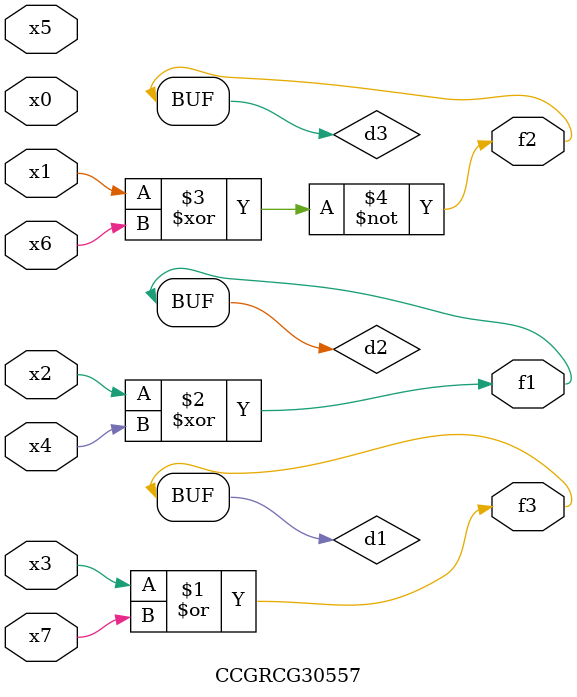
<source format=v>
module CCGRCG30557(
	input x0, x1, x2, x3, x4, x5, x6, x7,
	output f1, f2, f3
);

	wire d1, d2, d3;

	or (d1, x3, x7);
	xor (d2, x2, x4);
	xnor (d3, x1, x6);
	assign f1 = d2;
	assign f2 = d3;
	assign f3 = d1;
endmodule

</source>
